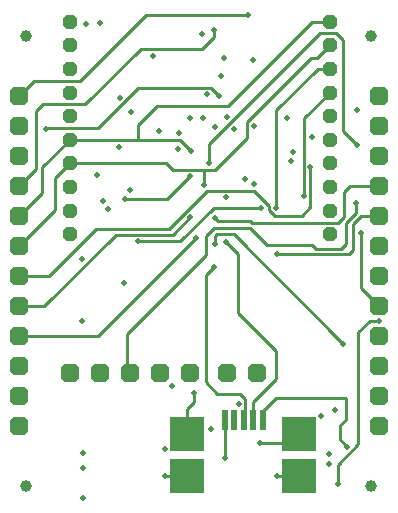
<source format=gbl>
G04 Layer_Physical_Order=4*
G04 Layer_Color=16711680*
%FSLAX44Y44*%
%MOMM*%
G71*
G01*
G75*
%ADD22C,0.2500*%
G04:AMPARAMS|DCode=23|XSize=1.6002mm|YSize=1.6002mm|CornerRadius=0mm|HoleSize=0mm|Usage=FLASHONLY|Rotation=0.000|XOffset=0mm|YOffset=0mm|HoleType=Round|Shape=Octagon|*
%AMOCTAGOND23*
4,1,8,0.8001,-0.4001,0.8001,0.4001,0.4001,0.8001,-0.4001,0.8001,-0.8001,0.4001,-0.8001,-0.4001,-0.4001,-0.8001,0.4001,-0.8001,0.8001,-0.4001,0.0*
%
%ADD23OCTAGOND23*%

G04:AMPARAMS|DCode=24|XSize=1.6002mm|YSize=1.6002mm|CornerRadius=0mm|HoleSize=0mm|Usage=FLASHONLY|Rotation=270.000|XOffset=0mm|YOffset=0mm|HoleType=Round|Shape=Octagon|*
%AMOCTAGOND24*
4,1,8,-0.4001,-0.8001,0.4001,-0.8001,0.8001,-0.4001,0.8001,0.4001,0.4001,0.8001,-0.4001,0.8001,-0.8001,0.4001,-0.8001,-0.4001,-0.4001,-0.8001,0.0*
%
%ADD24OCTAGOND24*%

%ADD25C,1.0000*%
G04:AMPARAMS|DCode=26|XSize=1.2mm|YSize=1.2mm|CornerRadius=0mm|HoleSize=0mm|Usage=FLASHONLY|Rotation=270.000|XOffset=0mm|YOffset=0mm|HoleType=Round|Shape=Octagon|*
%AMOCTAGOND26*
4,1,8,-0.3000,-0.6000,0.3000,-0.6000,0.6000,-0.3000,0.6000,0.3000,0.3000,0.6000,-0.3000,0.6000,-0.6000,0.3000,-0.6000,-0.3000,-0.3000,-0.6000,0.0*
%
%ADD26OCTAGOND26*%

%ADD27C,0.5000*%
%ADD33R,0.5000X1.7000*%
%ADD34R,3.0000X3.0000*%
D22*
X66675Y252250D02*
X100654Y286229D01*
X23600Y252250D02*
X66675D01*
X162637Y286229D02*
X168994Y279872D01*
X100654Y286229D02*
X162637D01*
X271500Y-11250D02*
X277750Y-17500D01*
X269832Y-32592D02*
X287358Y-15066D01*
X269832Y-48550D02*
Y-32592D01*
X287358Y-15066D02*
Y79466D01*
X277500Y-17500D02*
X277750D01*
X287358Y79466D02*
X297010Y89118D01*
X304884D01*
X271500Y-11250D02*
Y250D01*
X277250Y6000D01*
Y23750D01*
X217250D02*
X277250D01*
X206500Y13000D02*
X217250Y23750D01*
X206500Y5000D02*
Y13000D01*
X21574Y101650D02*
X81941Y162016D01*
X-0Y101650D02*
X21574D01*
X81941Y162016D02*
X130132D01*
X204010Y-14501D02*
X229250D01*
X237000Y-6750D01*
X282825Y170825D02*
X289850Y177850D01*
X304800D01*
X22774Y251424D02*
X23600Y252250D01*
X185758Y95742D02*
Y145492D01*
Y95742D02*
X217500Y64000D01*
Y39679D02*
Y64000D01*
X198500Y20679D02*
X217500Y39679D01*
X198500Y5000D02*
Y20679D01*
X158072Y37500D02*
Y127700D01*
Y37500D02*
X168072Y27500D01*
X187500D01*
X191576Y23424D01*
Y6076D02*
Y23424D01*
X190500Y5000D02*
X191576Y6076D01*
X158250Y161178D02*
X165014Y167942D01*
X158250Y144668D02*
Y161178D01*
X91750Y78168D02*
X158250Y144668D01*
X268520Y333000D02*
X274747Y326773D01*
X255142Y333000D02*
X268520D01*
X160866Y238724D02*
X255142Y333000D01*
X274747Y249753D02*
Y326773D01*
Y249753D02*
X286250Y238250D01*
X168740Y173750D02*
X195500D01*
X275250Y177250D02*
Y198250D01*
X195500Y173750D02*
X197250Y172000D01*
X270000D01*
X275250Y177250D01*
Y198250D02*
X280250Y203250D01*
X304800D01*
X285500Y180500D02*
Y189250D01*
X277139Y172139D02*
X285500Y180500D01*
X277139Y154639D02*
Y172139D01*
X209888Y153634D02*
X248500D01*
X251884Y150250D01*
X272750D01*
X277139Y154639D01*
X218832Y145506D02*
X279506D01*
X282825Y148825D01*
Y170825D01*
X181722Y162750D02*
X274658Y69814D01*
X167750Y162750D02*
X181722D01*
X165750Y160750D02*
X167750Y162750D01*
X175250Y156000D02*
X185758Y145492D01*
X165750Y154480D02*
Y160750D01*
X117228Y270728D02*
X176642D01*
X101142Y242500D02*
Y254642D01*
X117228Y270728D01*
X252567Y312067D02*
X263000Y322500D01*
X247009Y312067D02*
X252567D01*
X192766Y257824D02*
X247009Y312067D01*
X252836Y302500D02*
X263000D01*
X218016Y267680D02*
X252836Y302500D01*
X218016Y184876D02*
Y267680D01*
X157500Y217218D02*
X166116D01*
X130119D02*
X157500D01*
X157056Y216774D02*
X157500Y217218D01*
X157056Y204434D02*
Y216774D01*
X14500Y266602D02*
X20404Y272506D01*
X14500Y217750D02*
Y266602D01*
X-0Y203250D02*
X14500Y217750D01*
X30750Y210250D02*
X43000Y222500D01*
X30750Y183200D02*
Y210250D01*
X-0Y152450D02*
X30750Y183200D01*
X19750Y219250D02*
X43000Y242500D01*
X19750Y197600D02*
Y219250D01*
X-0Y177850D02*
X19750Y197600D01*
X124985Y191988D02*
X144507Y211510D01*
X89746Y191988D02*
X124985D01*
X166250Y176240D02*
X168740Y173750D01*
X289750Y116700D02*
Y163250D01*
Y116700D02*
X304800Y101650D01*
X218480Y-42250D02*
X237250D01*
X142500Y-6750D02*
Y14954D01*
X148420Y20874D01*
Y27956D01*
X123730Y-42250D02*
X142500D01*
X174500Y-26935D02*
Y5000D01*
Y-26935D02*
X174836Y-27271D01*
X248413Y342500D02*
X263000D01*
X176642Y270728D02*
X248413Y342500D01*
X43000Y242500D02*
X101142D01*
X136516D02*
X145880Y233136D01*
X195580Y167942D02*
X209888Y153634D01*
X165014Y167942D02*
X195580D01*
X91750Y44750D02*
Y78168D01*
X100668Y156428D02*
X136742D01*
X164936Y184622D01*
X204554D01*
X158072Y127700D02*
X165324Y134952D01*
X-0Y76250D02*
X66718D01*
X150198Y159730D01*
X-0Y279450D02*
X13122Y292572D01*
X51900D01*
X107526Y348198D01*
X193886D01*
X160866Y222468D02*
Y238724D01*
X130132Y162016D02*
X144864Y176748D01*
X-0Y127050D02*
X25062D01*
X64854Y166842D01*
X126785D01*
X159214Y199270D01*
X199050D01*
X211747Y186573D01*
Y183352D02*
Y186573D01*
Y183352D02*
X216825Y178274D01*
X239355D01*
X246718Y185638D01*
Y219166D01*
X164930Y329656D02*
Y335752D01*
X155024Y319750D02*
X164930Y329656D01*
X103208Y319750D02*
X155024D01*
X55964Y272506D02*
X103208Y319750D01*
X20404Y272506D02*
X55964D01*
X192766Y243867D02*
Y257824D01*
X166116Y217218D02*
X192766Y243867D01*
X124836Y222500D02*
X130119Y217218D01*
X43000Y222500D02*
X124836D01*
X241384Y194812D02*
Y260884D01*
X263000Y282500D01*
X101142Y242500D02*
X136516D01*
D23*
X145050Y44750D02*
D03*
X119650D02*
D03*
X94250D02*
D03*
X68850D02*
D03*
X43450D02*
D03*
X201200D02*
D03*
X175800D02*
D03*
D24*
X-0Y279450D02*
D03*
Y254050D02*
D03*
Y228650D02*
D03*
Y203250D02*
D03*
Y177850D02*
D03*
Y152450D02*
D03*
Y127050D02*
D03*
Y101650D02*
D03*
Y76250D02*
D03*
Y50850D02*
D03*
Y25450D02*
D03*
Y50D02*
D03*
X304800Y279450D02*
D03*
Y254050D02*
D03*
Y228650D02*
D03*
Y203250D02*
D03*
Y177850D02*
D03*
Y152450D02*
D03*
Y127050D02*
D03*
Y101650D02*
D03*
Y76250D02*
D03*
Y50850D02*
D03*
Y25450D02*
D03*
Y50D02*
D03*
D25*
X6350Y-50750D02*
D03*
X298196D02*
D03*
X6350Y330250D02*
D03*
X298450D02*
D03*
D26*
X263000Y342500D02*
D03*
Y322500D02*
D03*
Y302500D02*
D03*
Y282500D02*
D03*
Y262500D02*
D03*
Y242500D02*
D03*
Y222500D02*
D03*
Y202500D02*
D03*
Y182500D02*
D03*
Y162500D02*
D03*
X43000D02*
D03*
Y182500D02*
D03*
Y202500D02*
D03*
Y222500D02*
D03*
Y242500D02*
D03*
Y262500D02*
D03*
Y282500D02*
D03*
Y302500D02*
D03*
Y322500D02*
D03*
Y342500D02*
D03*
D27*
X94500Y266000D02*
D03*
X85250Y278250D02*
D03*
X186326Y18760D02*
D03*
X277500Y-17500D02*
D03*
X53000Y88750D02*
D03*
X53750Y141250D02*
D03*
X204010Y-14501D02*
D03*
X175250Y156000D02*
D03*
X165750Y154480D02*
D03*
X199166Y253814D02*
D03*
X286250Y238250D02*
D03*
X176250Y261730D02*
D03*
X166250Y253602D02*
D03*
X182000Y251500D02*
D03*
X144507Y211510D02*
D03*
X285500Y189250D02*
D03*
X289750Y163250D02*
D03*
X154604Y331730D02*
D03*
X226980Y260858D02*
D03*
X159608Y280979D02*
D03*
X118730Y249750D02*
D03*
X84830Y236379D02*
D03*
X65830Y212379D02*
D03*
X94230Y200392D02*
D03*
X218480Y-42250D02*
D03*
X75142Y183771D02*
D03*
X162500Y-2230D02*
D03*
X148420Y27956D02*
D03*
X123730Y-42250D02*
D03*
X124000Y-19520D02*
D03*
X53870Y-22550D02*
D03*
Y-35250D02*
D03*
Y-60650D02*
D03*
X262212Y-23912D02*
D03*
X262229Y-32024D02*
D03*
X170956Y296520D02*
D03*
X174836Y-27271D02*
D03*
X267520Y14082D02*
D03*
X218832Y145506D02*
D03*
X70892Y190416D02*
D03*
X134270Y234750D02*
D03*
X191346Y209006D02*
D03*
X129878Y33746D02*
D03*
X145880Y233136D02*
D03*
X175598Y194020D02*
D03*
X274658Y69814D02*
D03*
X218016Y184876D02*
D03*
X100668Y156428D02*
D03*
X204554Y184622D02*
D03*
X165324Y134952D02*
D03*
X150198Y159730D02*
D03*
X193886Y348198D02*
D03*
X135494Y248080D02*
D03*
X198966Y204750D02*
D03*
X160866Y222468D02*
D03*
X231732Y232374D02*
D03*
X248162Y245074D02*
D03*
X173270Y311686D02*
D03*
X56980Y340578D02*
D03*
X198204Y310098D02*
D03*
X68578Y341021D02*
D03*
X144610Y261330D02*
D03*
X113314Y313146D02*
D03*
X304884Y89118D02*
D03*
X269832Y-48550D02*
D03*
X22774Y251424D02*
D03*
X168994Y279872D02*
D03*
X155532Y261330D02*
D03*
X166250Y176240D02*
D03*
X89746Y191988D02*
D03*
X144864Y176748D02*
D03*
X246718Y219166D02*
D03*
X164930Y335752D02*
D03*
X286596Y267934D02*
D03*
X229954Y224750D02*
D03*
X256116Y8346D02*
D03*
X89354Y121122D02*
D03*
X157056Y204434D02*
D03*
X241384Y194812D02*
D03*
D33*
X174500Y5000D02*
D03*
X182500D02*
D03*
X190500D02*
D03*
X198500D02*
D03*
X206500D02*
D03*
D34*
X237000Y-6750D02*
D03*
X142500D02*
D03*
Y-42250D02*
D03*
X237250D02*
D03*
M02*

</source>
